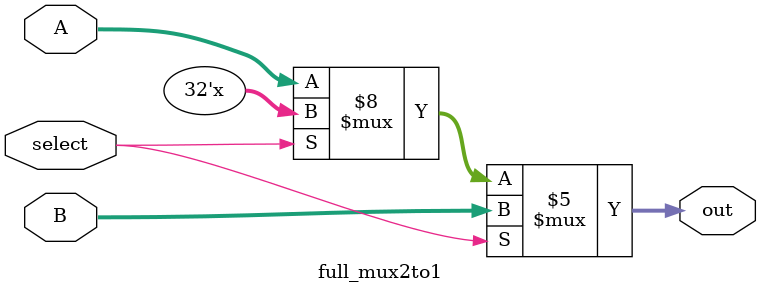
<source format=v>
`timescale 1ns / 1ps

module full_mux2to1(A, B, select, out);
    input [31:0] A;
    input [31:0] B;
    input select;
    
    output reg [31:0] out;
    
    always@(A,B,select)
    begin
        if(select == 0)
            out = A;
        if(select == 1)
            out = B;
    end
endmodule

</source>
